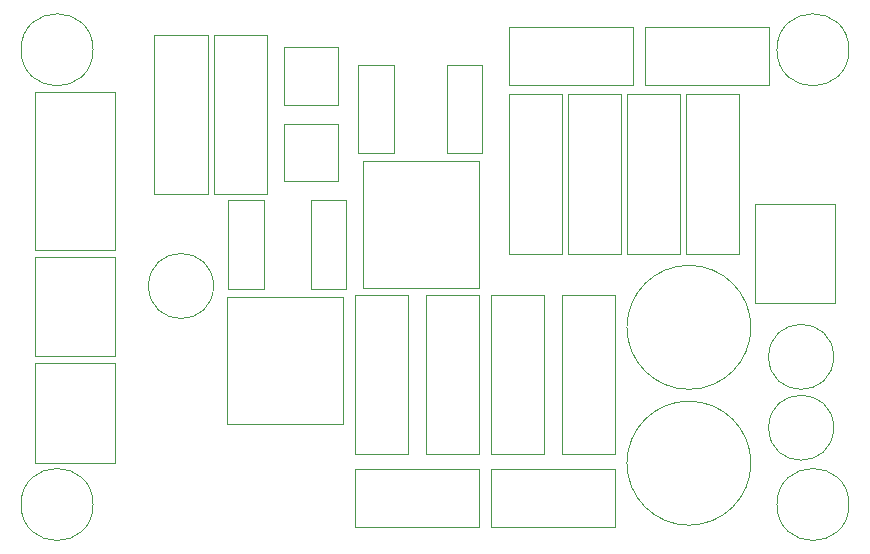
<source format=gbr>
G04 #@! TF.GenerationSoftware,KiCad,Pcbnew,(5.1.7)-1*
G04 #@! TF.CreationDate,2021-05-20T11:33:36+01:00*
G04 #@! TF.ProjectId,driver,64726976-6572-42e6-9b69-6361645f7063,rev?*
G04 #@! TF.SameCoordinates,Original*
G04 #@! TF.FileFunction,Other,User*
%FSLAX46Y46*%
G04 Gerber Fmt 4.6, Leading zero omitted, Abs format (unit mm)*
G04 Created by KiCad (PCBNEW (5.1.7)-1) date 2021-05-20 11:33:36*
%MOMM*%
%LPD*%
G01*
G04 APERTURE LIST*
%ADD10C,0.050000*%
G04 APERTURE END LIST*
D10*
X125650000Y-92050000D02*
X125650000Y-100450000D01*
X132400000Y-92050000D02*
X125650000Y-92050000D01*
X132400000Y-100450000D02*
X132400000Y-92050000D01*
X125650000Y-100450000D02*
X132400000Y-100450000D01*
X130550000Y-113000000D02*
G75*
G03*
X130550000Y-113000000I-3050000J0D01*
G01*
X130550000Y-74500000D02*
G75*
G03*
X130550000Y-74500000I-3050000J0D01*
G01*
X194550000Y-74500000D02*
G75*
G03*
X194550000Y-74500000I-3050000J0D01*
G01*
X194550000Y-113000000D02*
G75*
G03*
X194550000Y-113000000I-3050000J0D01*
G01*
X163200000Y-83950000D02*
X153400000Y-83950000D01*
X163200000Y-94650000D02*
X163200000Y-83950000D01*
X153400000Y-94650000D02*
X163200000Y-94650000D01*
X153400000Y-83950000D02*
X153400000Y-94650000D01*
X151700000Y-95450000D02*
X141900000Y-95450000D01*
X151700000Y-106150000D02*
X151700000Y-95450000D01*
X141900000Y-106150000D02*
X151700000Y-106150000D01*
X141900000Y-95450000D02*
X141900000Y-106150000D01*
X135750000Y-86750000D02*
X140250000Y-86750000D01*
X140250000Y-86750000D02*
X140250000Y-73250000D01*
X140250000Y-73250000D02*
X135750000Y-73250000D01*
X135750000Y-73250000D02*
X135750000Y-86750000D01*
X140750000Y-73250000D02*
X140750000Y-86750000D01*
X145250000Y-73250000D02*
X140750000Y-73250000D01*
X145250000Y-86750000D02*
X145250000Y-73250000D01*
X140750000Y-86750000D02*
X145250000Y-86750000D01*
X180750000Y-78250000D02*
X180750000Y-91750000D01*
X185250000Y-78250000D02*
X180750000Y-78250000D01*
X185250000Y-91750000D02*
X185250000Y-78250000D01*
X180750000Y-91750000D02*
X185250000Y-91750000D01*
X174750000Y-108750000D02*
X174750000Y-95250000D01*
X170250000Y-108750000D02*
X174750000Y-108750000D01*
X170250000Y-95250000D02*
X170250000Y-108750000D01*
X174750000Y-95250000D02*
X170250000Y-95250000D01*
X175750000Y-78250000D02*
X175750000Y-91750000D01*
X180250000Y-78250000D02*
X175750000Y-78250000D01*
X180250000Y-91750000D02*
X180250000Y-78250000D01*
X175750000Y-91750000D02*
X180250000Y-91750000D01*
X168750000Y-108750000D02*
X168750000Y-95250000D01*
X164250000Y-108750000D02*
X168750000Y-108750000D01*
X164250000Y-95250000D02*
X164250000Y-108750000D01*
X168750000Y-95250000D02*
X164250000Y-95250000D01*
X165750000Y-78250000D02*
X165750000Y-91750000D01*
X170250000Y-78250000D02*
X165750000Y-78250000D01*
X170250000Y-91750000D02*
X170250000Y-78250000D01*
X165750000Y-91750000D02*
X170250000Y-91750000D01*
X163250000Y-108750000D02*
X163250000Y-95250000D01*
X158750000Y-108750000D02*
X163250000Y-108750000D01*
X158750000Y-95250000D02*
X158750000Y-108750000D01*
X163250000Y-95250000D02*
X158750000Y-95250000D01*
X175250000Y-91750000D02*
X175250000Y-78250000D01*
X170750000Y-91750000D02*
X175250000Y-91750000D01*
X170750000Y-78250000D02*
X170750000Y-91750000D01*
X175250000Y-78250000D02*
X170750000Y-78250000D01*
X157250000Y-108750000D02*
X157250000Y-95250000D01*
X152750000Y-108750000D02*
X157250000Y-108750000D01*
X152750000Y-95250000D02*
X152750000Y-108750000D01*
X157250000Y-95250000D02*
X152750000Y-95250000D01*
X187790000Y-72600000D02*
X177290000Y-72600000D01*
X187790000Y-77510000D02*
X187790000Y-72600000D01*
X177290000Y-77510000D02*
X187790000Y-77510000D01*
X177290000Y-72600000D02*
X177290000Y-77510000D01*
X164210000Y-114900000D02*
X174710000Y-114900000D01*
X164210000Y-109990000D02*
X164210000Y-114900000D01*
X174710000Y-109990000D02*
X164210000Y-109990000D01*
X174710000Y-114900000D02*
X174710000Y-109990000D01*
X176290000Y-72600000D02*
X165790000Y-72600000D01*
X176290000Y-77510000D02*
X176290000Y-72600000D01*
X165790000Y-77510000D02*
X176290000Y-77510000D01*
X165790000Y-72600000D02*
X165790000Y-77510000D01*
X152710000Y-114900000D02*
X163210000Y-114900000D01*
X152710000Y-109990000D02*
X152710000Y-114900000D01*
X163210000Y-109990000D02*
X152710000Y-109990000D01*
X163210000Y-114900000D02*
X163210000Y-109990000D01*
X186250000Y-98000000D02*
G75*
G03*
X186250000Y-98000000I-5250000J0D01*
G01*
X186250000Y-109500000D02*
G75*
G03*
X186250000Y-109500000I-5250000J0D01*
G01*
X193350000Y-95950000D02*
X193350000Y-87550000D01*
X186600000Y-95950000D02*
X193350000Y-95950000D01*
X186600000Y-87550000D02*
X186600000Y-95950000D01*
X193350000Y-87550000D02*
X186600000Y-87550000D01*
X125650000Y-78050000D02*
X125650000Y-91450000D01*
X132400000Y-78050000D02*
X125650000Y-78050000D01*
X132400000Y-91450000D02*
X132400000Y-78050000D01*
X125650000Y-91450000D02*
X132400000Y-91450000D01*
X125650000Y-101050000D02*
X125650000Y-109450000D01*
X132400000Y-101050000D02*
X125650000Y-101050000D01*
X132400000Y-109450000D02*
X132400000Y-101050000D01*
X125650000Y-109450000D02*
X132400000Y-109450000D01*
X146750000Y-80800000D02*
X146750000Y-85650000D01*
X151250000Y-80800000D02*
X146750000Y-80800000D01*
X151250000Y-85650000D02*
X151250000Y-80800000D01*
X146750000Y-85650000D02*
X151250000Y-85650000D01*
X146750000Y-74300000D02*
X146750000Y-79150000D01*
X151250000Y-74300000D02*
X146750000Y-74300000D01*
X151250000Y-79150000D02*
X151250000Y-74300000D01*
X146750000Y-79150000D02*
X151250000Y-79150000D01*
X153000000Y-75750000D02*
X153000000Y-83250000D01*
X156000000Y-75750000D02*
X153000000Y-75750000D01*
X156000000Y-83250000D02*
X156000000Y-75750000D01*
X153000000Y-83250000D02*
X156000000Y-83250000D01*
X149000000Y-87250000D02*
X149000000Y-94750000D01*
X152000000Y-87250000D02*
X149000000Y-87250000D01*
X152000000Y-94750000D02*
X152000000Y-87250000D01*
X149000000Y-94750000D02*
X152000000Y-94750000D01*
X193250000Y-100500000D02*
G75*
G03*
X193250000Y-100500000I-2750000J0D01*
G01*
X193250000Y-106500000D02*
G75*
G03*
X193250000Y-106500000I-2750000J0D01*
G01*
X160500000Y-75750000D02*
X160500000Y-83250000D01*
X163500000Y-75750000D02*
X160500000Y-75750000D01*
X163500000Y-83250000D02*
X163500000Y-75750000D01*
X160500000Y-83250000D02*
X163500000Y-83250000D01*
X142000000Y-87250000D02*
X142000000Y-94750000D01*
X145000000Y-87250000D02*
X142000000Y-87250000D01*
X145000000Y-94750000D02*
X145000000Y-87250000D01*
X142000000Y-94750000D02*
X145000000Y-94750000D01*
X140750000Y-94500000D02*
G75*
G03*
X140750000Y-94500000I-2750000J0D01*
G01*
M02*

</source>
